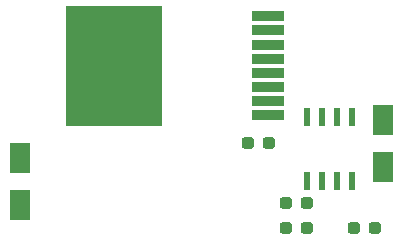
<source format=gtp>
%TF.GenerationSoftware,KiCad,Pcbnew,8.0.4*%
%TF.CreationDate,2024-08-05T19:41:16-07:00*%
%TF.ProjectId,20220727_Projects_Ideal_Diode_02,32303232-3037-4323-975f-50726f6a6563,rev?*%
%TF.SameCoordinates,PX9634260PY6ea0500*%
%TF.FileFunction,Paste,Top*%
%TF.FilePolarity,Positive*%
%FSLAX46Y46*%
G04 Gerber Fmt 4.6, Leading zero omitted, Abs format (unit mm)*
G04 Created by KiCad (PCBNEW 8.0.4) date 2024-08-05 19:41:16*
%MOMM*%
%LPD*%
G01*
G04 APERTURE LIST*
G04 Aperture macros list*
%AMRoundRect*
0 Rectangle with rounded corners*
0 $1 Rounding radius*
0 $2 $3 $4 $5 $6 $7 $8 $9 X,Y pos of 4 corners*
0 Add a 4 corners polygon primitive as box body*
4,1,4,$2,$3,$4,$5,$6,$7,$8,$9,$2,$3,0*
0 Add four circle primitives for the rounded corners*
1,1,$1+$1,$2,$3*
1,1,$1+$1,$4,$5*
1,1,$1+$1,$6,$7*
1,1,$1+$1,$8,$9*
0 Add four rect primitives between the rounded corners*
20,1,$1+$1,$2,$3,$4,$5,0*
20,1,$1+$1,$4,$5,$6,$7,0*
20,1,$1+$1,$6,$7,$8,$9,0*
20,1,$1+$1,$8,$9,$2,$3,0*%
G04 Aperture macros list end*
%ADD10RoundRect,0.237500X-0.287500X-0.237500X0.287500X-0.237500X0.287500X0.237500X-0.287500X0.237500X0*%
%ADD11RoundRect,0.237500X0.287500X0.237500X-0.287500X0.237500X-0.287500X-0.237500X0.287500X-0.237500X0*%
%ADD12R,2.794000X0.812800*%
%ADD13R,8.102600X10.210800*%
%ADD14R,0.600000X1.550000*%
%ADD15R,1.800000X2.500000*%
G04 APERTURE END LIST*
D10*
%TO.C,R103*%
X36775000Y3350000D03*
X38525000Y3350000D03*
%TD*%
D11*
%TO.C,R101*%
X35275000Y10500000D03*
X33525000Y10500000D03*
%TD*%
D10*
%TO.C,R102*%
X36750000Y5450000D03*
X38500000Y5450000D03*
%TD*%
%TO.C,C101*%
X42525000Y3350000D03*
X44275000Y3350000D03*
%TD*%
D12*
%TO.C,Q101*%
X35240000Y12850001D03*
X35240000Y14050001D03*
X35240000Y15250001D03*
X35240000Y16450001D03*
X35240000Y17650001D03*
X35240000Y18849999D03*
X35240000Y20049999D03*
X35240000Y21249999D03*
D13*
X22200000Y17050000D03*
%TD*%
D14*
%TO.C,U101*%
X38495000Y7300000D03*
X39765000Y7300000D03*
X41035000Y7300000D03*
X42305000Y7300000D03*
X42305000Y12700000D03*
X41035000Y12700000D03*
X39765000Y12700000D03*
X38495000Y12700000D03*
%TD*%
D15*
%TO.C,D102*%
X14250000Y5250000D03*
X14250000Y9250000D03*
%TD*%
%TO.C,D101*%
X45000000Y8500000D03*
X45000000Y12500000D03*
%TD*%
M02*

</source>
